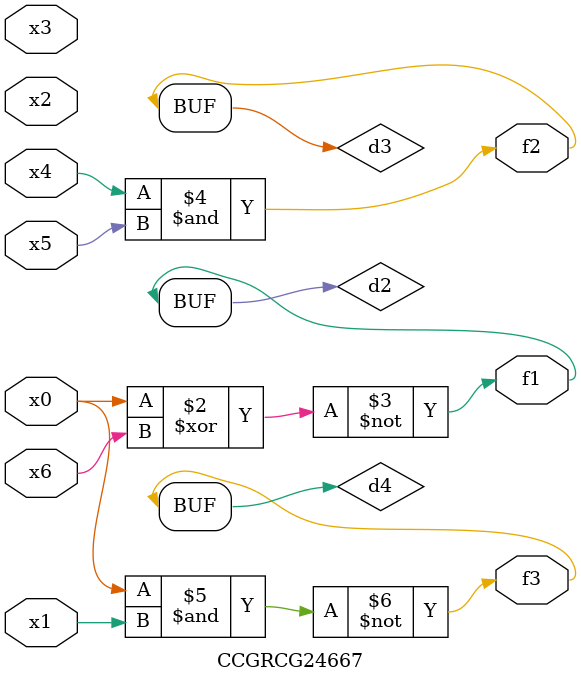
<source format=v>
module CCGRCG24667(
	input x0, x1, x2, x3, x4, x5, x6,
	output f1, f2, f3
);

	wire d1, d2, d3, d4;

	nor (d1, x0);
	xnor (d2, x0, x6);
	and (d3, x4, x5);
	nand (d4, x0, x1);
	assign f1 = d2;
	assign f2 = d3;
	assign f3 = d4;
endmodule

</source>
